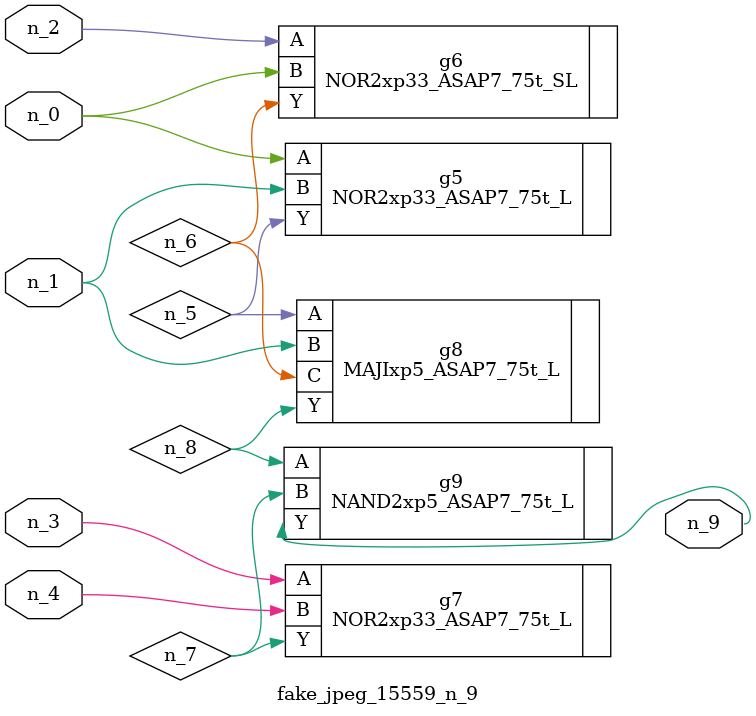
<source format=v>
module fake_jpeg_15559_n_9 (n_3, n_2, n_1, n_0, n_4, n_9);

input n_3;
input n_2;
input n_1;
input n_0;
input n_4;

output n_9;

wire n_8;
wire n_6;
wire n_5;
wire n_7;

NOR2xp33_ASAP7_75t_L g5 ( 
.A(n_0),
.B(n_1),
.Y(n_5)
);

NOR2xp33_ASAP7_75t_SL g6 ( 
.A(n_2),
.B(n_0),
.Y(n_6)
);

NOR2xp33_ASAP7_75t_L g7 ( 
.A(n_3),
.B(n_4),
.Y(n_7)
);

MAJIxp5_ASAP7_75t_L g8 ( 
.A(n_5),
.B(n_1),
.C(n_6),
.Y(n_8)
);

NAND2xp5_ASAP7_75t_L g9 ( 
.A(n_8),
.B(n_7),
.Y(n_9)
);


endmodule
</source>
